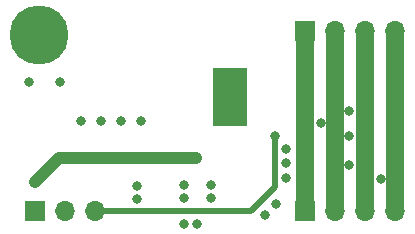
<source format=gbl>
%TF.GenerationSoftware,KiCad,Pcbnew,(6.0.8)*%
%TF.CreationDate,2022-12-16T18:18:29+01:00*%
%TF.ProjectId,Single-DCDC-Converter-Rev3,53696e67-6c65-42d4-9443-44432d436f6e,rev?*%
%TF.SameCoordinates,Original*%
%TF.FileFunction,Copper,L6,Bot*%
%TF.FilePolarity,Positive*%
%FSLAX46Y46*%
G04 Gerber Fmt 4.6, Leading zero omitted, Abs format (unit mm)*
G04 Created by KiCad (PCBNEW (6.0.8)) date 2022-12-16 18:18:29*
%MOMM*%
%LPD*%
G01*
G04 APERTURE LIST*
%TA.AperFunction,ComponentPad*%
%ADD10R,1.700000X1.700000*%
%TD*%
%TA.AperFunction,ComponentPad*%
%ADD11O,1.700000X1.700000*%
%TD*%
%TA.AperFunction,ComponentPad*%
%ADD12C,5.000000*%
%TD*%
%TA.AperFunction,SMDPad,CuDef*%
%ADD13R,2.950000X4.900000*%
%TD*%
%TA.AperFunction,ComponentPad*%
%ADD14C,0.600000*%
%TD*%
%TA.AperFunction,ViaPad*%
%ADD15C,0.800000*%
%TD*%
%TA.AperFunction,Conductor*%
%ADD16C,1.500000*%
%TD*%
%TA.AperFunction,Conductor*%
%ADD17C,1.000000*%
%TD*%
%TA.AperFunction,Conductor*%
%ADD18C,0.500000*%
%TD*%
G04 APERTURE END LIST*
D10*
X83780000Y-96135000D03*
D11*
X86320000Y-96135000D03*
X88860000Y-96135000D03*
D10*
X106640000Y-96135000D03*
D11*
X109180000Y-96135000D03*
X111720000Y-96135000D03*
X114260000Y-96135000D03*
D12*
X84130000Y-81235000D03*
D10*
X106640000Y-80895000D03*
D11*
X109180000Y-80895000D03*
X111720000Y-80895000D03*
X114260000Y-80895000D03*
D13*
X100260000Y-86515000D03*
D14*
X99610000Y-84565000D03*
X99610000Y-88465000D03*
X99610000Y-85865000D03*
X100910000Y-88465000D03*
X100910000Y-87165000D03*
X99610000Y-87165000D03*
X100910000Y-84565000D03*
X100910000Y-85865000D03*
D15*
X96385000Y-93990000D03*
X110370500Y-89840000D03*
X105020000Y-93405000D03*
X98690000Y-95055000D03*
X110370500Y-87690000D03*
X105020000Y-90895000D03*
X113069500Y-93465000D03*
X103240000Y-96515000D03*
X97485000Y-97240000D03*
X96385000Y-97240000D03*
X107989500Y-88690000D03*
X98690000Y-93935000D03*
X104130000Y-95595000D03*
X105020000Y-92105000D03*
X92360000Y-94015000D03*
X110370500Y-92240000D03*
X96385000Y-95090000D03*
X92360000Y-95190000D03*
X87640000Y-88555000D03*
X92740000Y-88555000D03*
X91040000Y-88555000D03*
X89340000Y-88555000D03*
X85840000Y-85215000D03*
X83240000Y-85255000D03*
X83780000Y-93715000D03*
X97360000Y-91685000D03*
X104100000Y-89785000D03*
D16*
X111720000Y-80895000D02*
X111720000Y-96135000D01*
X106640000Y-80895000D02*
X106640000Y-96135000D01*
X114260000Y-80895000D02*
X114260000Y-96135000D01*
X109180000Y-80895000D02*
X109180000Y-96135000D01*
D17*
X97360000Y-91685000D02*
X85810000Y-91685000D01*
X85810000Y-91685000D02*
X83780000Y-93715000D01*
D18*
X104100000Y-94103000D02*
X104100000Y-89785000D01*
X102068000Y-96135000D02*
X88860000Y-96135000D01*
X104100000Y-94103000D02*
X102068000Y-96135000D01*
M02*

</source>
